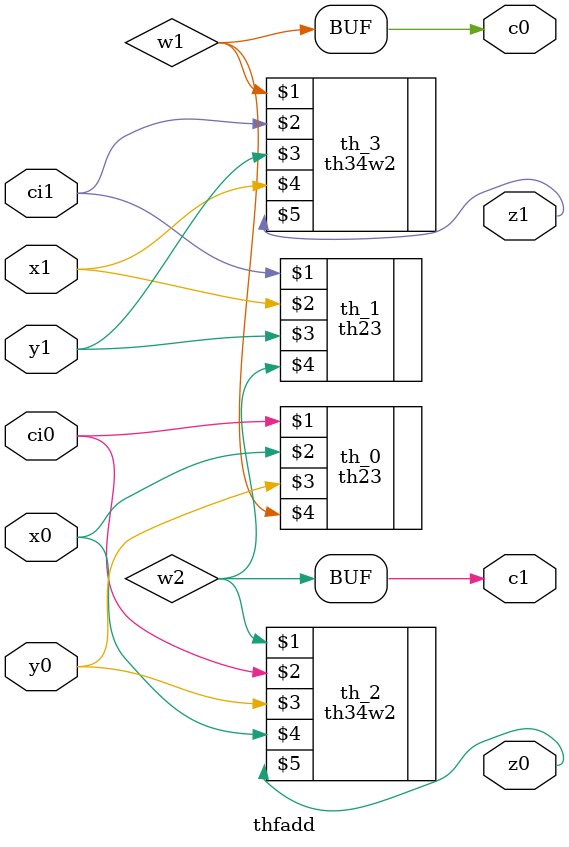
<source format=v>
module thfadd(x0, x1, y0, y1, ci0, ci1, z0, z1, c0, c1);

input wire x0, x1, y0, y1, ci0, ci1;
output wire z0, z1, c0, c1;


wire w1, w2;

th23 th_0(ci0, x0, y0, w1);
th23 th_1(ci1, x1, y1, w2);

assign c0 = w1;
assign c1 = w2;

//assign z0 = 0;
//assign z1 = 0;

th34w2 th_2(w2, ci0, y0, x0, z0);
th34w2 th_3(w1, ci1, y1, x1, z1);

endmodule

</source>
